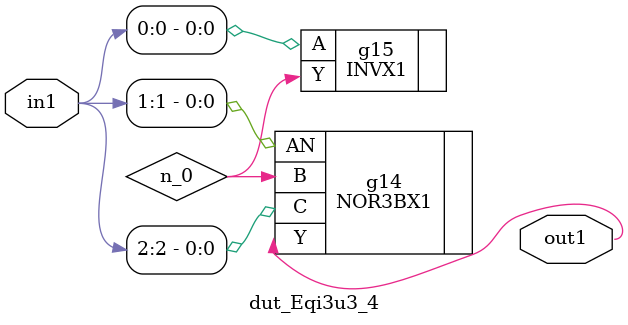
<source format=v>
`timescale 1ps / 1ps


module dut_Eqi3u3_4(in1, out1);
  input [2:0] in1;
  output out1;
  wire [2:0] in1;
  wire out1;
  wire n_0;
  NOR3BX1 g14(.AN (in1[1]), .B (n_0), .C (in1[2]), .Y (out1));
  INVX1 g15(.A (in1[0]), .Y (n_0));
endmodule



</source>
